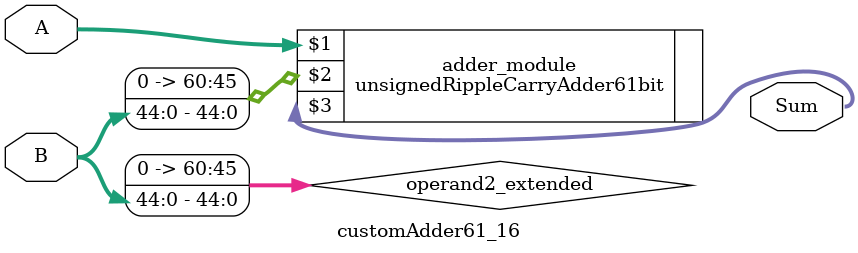
<source format=v>
module customAdder61_16(
                        input [60 : 0] A,
                        input [44 : 0] B,
                        
                        output [61 : 0] Sum
                );

        wire [60 : 0] operand2_extended;
        
        assign operand2_extended =  {16'b0, B};
        
        unsignedRippleCarryAdder61bit adder_module(
            A,
            operand2_extended,
            Sum
        );
        
        endmodule
        
</source>
